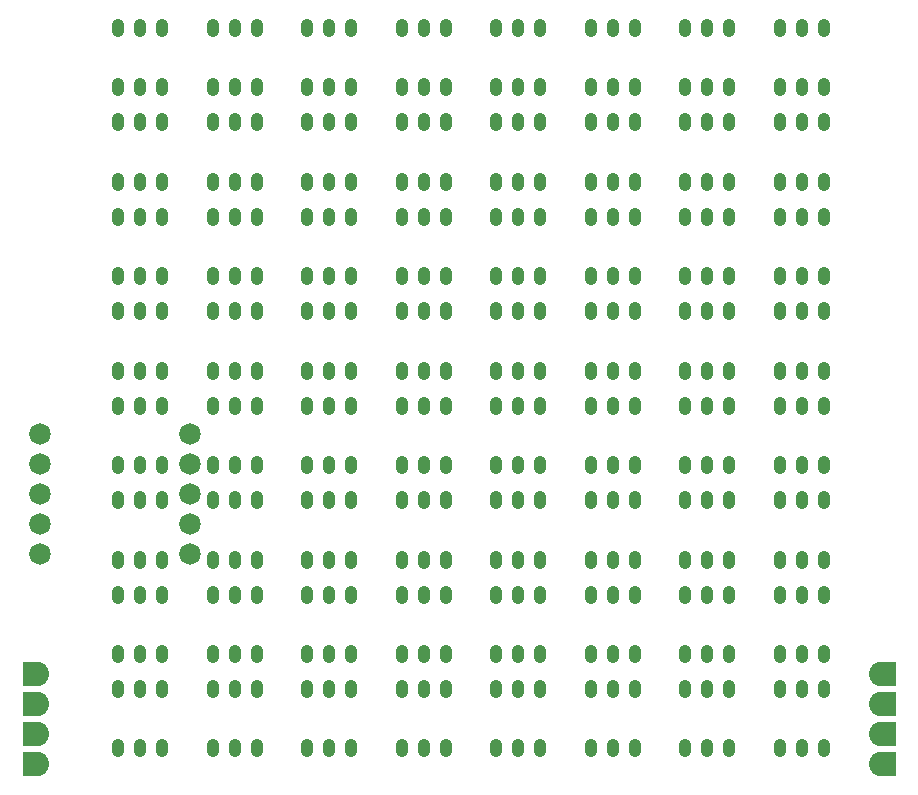
<source format=gts>
G04 DipTrace 2.4.0.2*
%IN64xAPA102Crigid.gts*%
%MOMM*%
%ADD30O,1.05X1.55*%
%ADD31C,2.05*%
%ADD32R,1.3X2.05*%
%ADD33C,1.828*%
%FSLAX53Y53*%
G04*
G71*
G90*
G75*
G01*
%LNTopMask*%
%LPD*%
D33*
X24189Y31951D3*
Y34491D3*
Y37031D3*
Y39571D3*
X11489Y31951D3*
Y34491D3*
Y37031D3*
Y39571D3*
D32*
X10625Y16730D3*
D31*
X11250D3*
D32*
X10625Y14190D3*
Y19270D3*
D31*
X11250D3*
Y14190D3*
D32*
X10625Y21810D3*
D31*
X11250D3*
D33*
X11488Y42110D3*
X24189D3*
D32*
X83375Y16730D3*
D31*
X82750D3*
D32*
X83375Y14190D3*
Y19270D3*
D31*
X82750D3*
Y14190D3*
D32*
X83375Y21810D3*
D31*
X82750D3*
D30*
X18150Y15500D3*
X20000D3*
X21850D3*
Y20500D3*
X20000D3*
X18150D3*
Y23500D3*
X20000D3*
X21850D3*
Y28500D3*
X20000D3*
X18150D3*
Y31500D3*
X20000D3*
X21850D3*
Y36500D3*
X20000D3*
X18150D3*
Y39500D3*
X20000D3*
X21850D3*
Y44500D3*
X20000D3*
X18150D3*
Y47500D3*
X20000D3*
X21850D3*
Y52500D3*
X20000D3*
X18150D3*
Y55500D3*
X20000D3*
X21850D3*
Y60500D3*
X20000D3*
X18150D3*
Y63500D3*
X20000D3*
X21850D3*
Y68500D3*
X20000D3*
X18150D3*
Y71500D3*
X20000D3*
X21850D3*
Y76500D3*
X20000D3*
X18150D3*
X29850D3*
X28000D3*
X26150D3*
Y71500D3*
X28000D3*
X29850D3*
Y68500D3*
X28000D3*
X26150D3*
Y63500D3*
X28000D3*
X29850D3*
Y60500D3*
X28000D3*
X26150D3*
Y55500D3*
X28000D3*
X29850D3*
Y52500D3*
X28000D3*
X26150D3*
Y47500D3*
X28000D3*
X29850D3*
Y44500D3*
X28000D3*
X26150D3*
Y39500D3*
X28000D3*
X29850D3*
Y36500D3*
X28000D3*
X26150D3*
Y31500D3*
X28000D3*
X29850D3*
Y28500D3*
X28000D3*
X26150D3*
Y23500D3*
X28000D3*
X29850D3*
Y20500D3*
X28000D3*
X26150D3*
Y15500D3*
X28000D3*
X29850D3*
X34150D3*
X36000D3*
X37850D3*
Y20500D3*
X36000D3*
X34150D3*
Y23500D3*
X36000D3*
X37850D3*
Y28500D3*
X36000D3*
X34150D3*
Y31500D3*
X36000D3*
X37850D3*
Y36500D3*
X36000D3*
X34150D3*
Y39500D3*
X36000D3*
X37850D3*
Y44500D3*
X36000D3*
X34150D3*
Y47500D3*
X36000D3*
X37850D3*
Y52500D3*
X36000D3*
X34150D3*
Y55500D3*
X36000D3*
X37850D3*
Y60500D3*
X36000D3*
X34150D3*
Y63500D3*
X36000D3*
X37850D3*
Y68500D3*
X36000D3*
X34150D3*
Y71500D3*
X36000D3*
X37850D3*
Y76500D3*
X36000D3*
X34150D3*
X45850D3*
X44000D3*
X42150D3*
Y71500D3*
X44000D3*
X45850D3*
Y68500D3*
X44000D3*
X42150D3*
Y63500D3*
X44000D3*
X45850D3*
Y60500D3*
X44000D3*
X42150D3*
Y55500D3*
X44000D3*
X45850D3*
Y52500D3*
X44000D3*
X42150D3*
Y47500D3*
X44000D3*
X45850D3*
Y44500D3*
X44000D3*
X42150D3*
Y39500D3*
X44000D3*
X45850D3*
Y36500D3*
X44000D3*
X42150D3*
Y31500D3*
X44000D3*
X45850D3*
Y28500D3*
X44000D3*
X42150D3*
Y23500D3*
X44000D3*
X45850D3*
Y20500D3*
X44000D3*
X42150D3*
Y15500D3*
X44000D3*
X45850D3*
X50150D3*
X52000D3*
X53850D3*
Y20500D3*
X52000D3*
X50150D3*
Y23500D3*
X52000D3*
X53850D3*
Y28500D3*
X52000D3*
X50150D3*
Y31500D3*
X52000D3*
X53850D3*
Y36500D3*
X52000D3*
X50150D3*
Y39500D3*
X52000D3*
X53850D3*
Y44500D3*
X52000D3*
X50150D3*
Y47500D3*
X52000D3*
X53850D3*
Y52500D3*
X52000D3*
X50150D3*
Y55500D3*
X52000D3*
X53850D3*
Y60500D3*
X52000D3*
X50150D3*
Y63500D3*
X52000D3*
X53850D3*
Y68500D3*
X52000D3*
X50150D3*
Y71500D3*
X52000D3*
X53850D3*
Y76500D3*
X52000D3*
X50150D3*
X61850D3*
X60000D3*
X58150D3*
Y71500D3*
X60000D3*
X61850D3*
Y68500D3*
X60000D3*
X58150D3*
Y63500D3*
X60000D3*
X61850D3*
Y60500D3*
X60000D3*
X58150D3*
Y55500D3*
X60000D3*
X61850D3*
Y52500D3*
X60000D3*
X58150D3*
Y47500D3*
X60000D3*
X61850D3*
Y44500D3*
X60000D3*
X58150D3*
Y39500D3*
X60000D3*
X61850D3*
Y36500D3*
X60000D3*
X58150D3*
Y31500D3*
X60000D3*
X61850D3*
Y28500D3*
X60000D3*
X58150D3*
Y23500D3*
X60000D3*
X61850D3*
Y20500D3*
X60000D3*
X58150D3*
Y15500D3*
X60000D3*
X61850D3*
X66150D3*
X68000D3*
X69850D3*
Y20500D3*
X68000D3*
X66150D3*
Y23500D3*
X68000D3*
X69850D3*
Y28500D3*
X68000D3*
X66150D3*
Y31500D3*
X68000D3*
X69850D3*
Y36500D3*
X68000D3*
X66150D3*
Y39500D3*
X68000D3*
X69850D3*
Y44500D3*
X68000D3*
X66150D3*
Y47500D3*
X68000D3*
X69850D3*
Y52500D3*
X68000D3*
X66150D3*
Y55500D3*
X68000D3*
X69850D3*
Y60500D3*
X68000D3*
X66150D3*
Y63500D3*
X68000D3*
X69850D3*
Y68500D3*
X68000D3*
X66150D3*
Y71500D3*
X68000D3*
X69850D3*
Y76500D3*
X68000D3*
X66150D3*
X77850D3*
X76000D3*
X74150D3*
Y71500D3*
X76000D3*
X77850D3*
Y68500D3*
X76000D3*
X74150D3*
Y63500D3*
X76000D3*
X77850D3*
Y60500D3*
X76000D3*
X74150D3*
Y55500D3*
X76000D3*
X77850D3*
Y52500D3*
X76000D3*
X74150D3*
Y47500D3*
X76000D3*
X77850D3*
Y44500D3*
X76000D3*
X74150D3*
Y39500D3*
X76000D3*
X77850D3*
Y36500D3*
X76000D3*
X74150D3*
Y31500D3*
X76000D3*
X77850D3*
Y28500D3*
X76000D3*
X74150D3*
Y23500D3*
X76000D3*
X77850D3*
Y20500D3*
X76000D3*
X74150D3*
Y15500D3*
X76000D3*
X77850D3*
M02*

</source>
